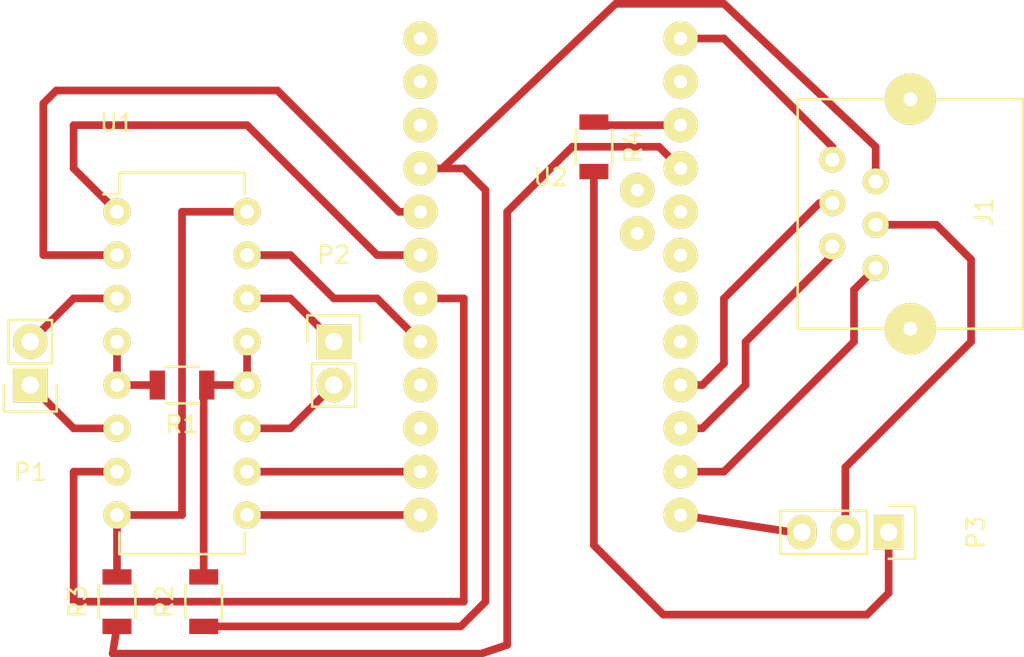
<source format=kicad_pcb>
(kicad_pcb (version 4) (host pcbnew 4.0.2+dfsg1-stable)

  (general
    (links 28)
    (no_connects 0)
    (area 132.644999 93.554999 193.061001 133.775002)
    (thickness 1.6)
    (drawings 0)
    (tracks 92)
    (zones 0)
    (modules 10)
    (nets 38)
  )

  (page A4)
  (layers
    (0 F.Cu signal)
    (31 B.Cu signal)
    (32 B.Adhes user)
    (33 F.Adhes user)
    (34 B.Paste user)
    (35 F.Paste user)
    (36 B.SilkS user)
    (37 F.SilkS user)
    (38 B.Mask user)
    (39 F.Mask user)
    (40 Dwgs.User user)
    (41 Cmts.User user)
    (42 Eco1.User user)
    (43 Eco2.User user)
    (44 Edge.Cuts user)
    (45 Margin user)
    (46 B.CrtYd user)
    (47 F.CrtYd user)
    (48 B.Fab user)
    (49 F.Fab user)
  )

  (setup
    (last_trace_width 0.45)
    (trace_clearance 0.2)
    (zone_clearance 0.508)
    (zone_45_only no)
    (trace_min 0.2)
    (segment_width 0.2)
    (edge_width 0.15)
    (via_size 0.6)
    (via_drill 0.4)
    (via_min_size 0.4)
    (via_min_drill 0.3)
    (uvia_size 0.3)
    (uvia_drill 0.1)
    (uvias_allowed no)
    (uvia_min_size 0.2)
    (uvia_min_drill 0.1)
    (pcb_text_width 0.3)
    (pcb_text_size 1.5 1.5)
    (mod_edge_width 0.15)
    (mod_text_size 1 1)
    (mod_text_width 0.15)
    (pad_size 1.524 1.524)
    (pad_drill 0.762)
    (pad_to_mask_clearance 0.2)
    (aux_axis_origin 0 0)
    (visible_elements FFFFFF7F)
    (pcbplotparams
      (layerselection 0x00000_00000001)
      (usegerberextensions false)
      (excludeedgelayer true)
      (linewidth 0.100000)
      (plotframeref false)
      (viasonmask false)
      (mode 1)
      (useauxorigin false)
      (hpglpennumber 1)
      (hpglpenspeed 20)
      (hpglpendiameter 15)
      (hpglpenoverlay 2)
      (psnegative false)
      (psa4output false)
      (plotreference true)
      (plotvalue true)
      (plotinvisibletext false)
      (padsonsilk false)
      (subtractmaskfromsilk false)
      (outputformat 1)
      (mirror false)
      (drillshape 0)
      (scaleselection 1)
      (outputdirectory ""))
  )

  (net 0 "")
  (net 1 "Net-(J1-Pad3)")
  (net 2 "Net-(J1-Pad5)")
  (net 3 "Net-(J1-Pad1)")
  (net 4 "Net-(J1-Pad6)")
  (net 5 "Net-(J1-Pad4)")
  (net 6 "Net-(J1-Pad2)")
  (net 7 "Net-(J1-Pad8)")
  (net 8 "Net-(J1-Pad7)")
  (net 9 "Net-(P1-Pad1)")
  (net 10 "Net-(P1-Pad2)")
  (net 11 "Net-(U1-Pad1)")
  (net 12 "Net-(U1-Pad2)")
  (net 13 "Net-(U1-Pad7)")
  (net 14 "Net-(U1-Pad9)")
  (net 15 "Net-(U1-Pad10)")
  (net 16 "Net-(U1-Pad15)")
  (net 17 "Net-(U2-Pad8)")
  (net 18 "Net-(U2-Pad11)")
  (net 19 "Net-(U2-Pad22)")
  (net 20 "Net-(U2-Pad23)")
  (net 21 "Net-(U2-Pad27)")
  (net 22 "Net-(U2-Pad33)")
  (net 23 "Net-(U2-Pad34)")
  (net 24 "Net-(U2-Pad35)")
  (net 25 "Net-(U2-Pad26)")
  (net 26 "Net-(U2-Pad12)")
  (net 27 "Net-(U2-Pad13)")
  (net 28 "Net-(U2-Pad14)")
  (net 29 "Net-(P2-Pad1)")
  (net 30 "Net-(P2-Pad2)")
  (net 31 "Net-(R1-Pad1)")
  (net 32 "Net-(R1-Pad2)")
  (net 33 "Net-(R3-Pad1)")
  (net 34 "Net-(R3-Pad2)")
  (net 35 "Net-(P3-Pad1)")
  (net 36 "Net-(P3-Pad3)")
  (net 37 "Net-(R4-Pad1)")

  (net_class Default "This is the default net class."
    (clearance 0.2)
    (trace_width 0.45)
    (via_dia 0.6)
    (via_drill 0.4)
    (uvia_dia 0.3)
    (uvia_drill 0.1)
    (add_net "Net-(J1-Pad1)")
    (add_net "Net-(J1-Pad2)")
    (add_net "Net-(J1-Pad3)")
    (add_net "Net-(J1-Pad4)")
    (add_net "Net-(J1-Pad5)")
    (add_net "Net-(J1-Pad6)")
    (add_net "Net-(J1-Pad7)")
    (add_net "Net-(J1-Pad8)")
    (add_net "Net-(P1-Pad1)")
    (add_net "Net-(P1-Pad2)")
    (add_net "Net-(P2-Pad1)")
    (add_net "Net-(P2-Pad2)")
    (add_net "Net-(P3-Pad1)")
    (add_net "Net-(P3-Pad3)")
    (add_net "Net-(R1-Pad1)")
    (add_net "Net-(R1-Pad2)")
    (add_net "Net-(R3-Pad1)")
    (add_net "Net-(R3-Pad2)")
    (add_net "Net-(R4-Pad1)")
    (add_net "Net-(U1-Pad1)")
    (add_net "Net-(U1-Pad10)")
    (add_net "Net-(U1-Pad15)")
    (add_net "Net-(U1-Pad2)")
    (add_net "Net-(U1-Pad7)")
    (add_net "Net-(U1-Pad9)")
    (add_net "Net-(U2-Pad11)")
    (add_net "Net-(U2-Pad12)")
    (add_net "Net-(U2-Pad13)")
    (add_net "Net-(U2-Pad14)")
    (add_net "Net-(U2-Pad22)")
    (add_net "Net-(U2-Pad23)")
    (add_net "Net-(U2-Pad26)")
    (add_net "Net-(U2-Pad27)")
    (add_net "Net-(U2-Pad33)")
    (add_net "Net-(U2-Pad34)")
    (add_net "Net-(U2-Pad35)")
    (add_net "Net-(U2-Pad8)")
  )

  (module bugs:RJ12_Client (layer F.Cu) (tedit 57502E4F) (tstamp 576C01B5)
    (at 190.5 106.68 90)
    (path /576BFFF2)
    (fp_text reference J1 (at 0 0 90) (layer F.SilkS)
      (effects (font (size 1 1) (thickness 0.15)))
    )
    (fp_text value RJ12 (at 0 -2.54 90) (layer F.Fab)
      (effects (font (size 1 1) (thickness 0.15)))
    )
    (fp_line (start -6.858 -10.922) (end -6.858 2.286) (layer F.SilkS) (width 0.15))
    (fp_line (start 6.604 -10.922) (end 6.604 2.286) (layer F.SilkS) (width 0.15))
    (fp_line (start -6.858 2.286) (end 6.604 2.286) (layer F.SilkS) (width 0.15))
    (fp_line (start 5.842 -10.922) (end 6.604 -10.922) (layer F.SilkS) (width 0.15))
    (fp_line (start -6.858 -10.922) (end 5.842 -10.922) (layer F.SilkS) (width 0.15))
    (pad 3 thru_hole circle (at 0.508 -8.89 90) (size 1.524 1.524) (drill 0.8128) (layers *.Cu *.Mask F.SilkS)
      (net 1 "Net-(J1-Pad3)"))
    (pad 5 thru_hole circle (at -2.032 -8.89 90) (size 1.524 1.524) (drill 0.8128) (layers *.Cu *.Mask F.SilkS)
      (net 2 "Net-(J1-Pad5)"))
    (pad 1 thru_hole circle (at 3.048 -8.89 90) (size 1.524 1.524) (drill 0.8128) (layers *.Cu *.Mask F.SilkS)
      (net 3 "Net-(J1-Pad1)"))
    (pad 6 thru_hole circle (at -3.302 -6.35 90) (size 1.524 1.524) (drill 0.8128) (layers *.Cu *.Mask F.SilkS)
      (net 4 "Net-(J1-Pad6)"))
    (pad 4 thru_hole circle (at -0.762 -6.35 90) (size 1.524 1.524) (drill 0.8128) (layers *.Cu *.Mask F.SilkS)
      (net 5 "Net-(J1-Pad4)"))
    (pad 2 thru_hole circle (at 1.778 -6.35 90) (size 1.524 1.524) (drill 0.8128) (layers *.Cu *.Mask F.SilkS)
      (net 6 "Net-(J1-Pad2)"))
    (pad 8 thru_hole circle (at 6.604 -4.318 90) (size 2.99974 2.99974) (drill 0.8128) (layers *.Cu *.Mask F.SilkS)
      (net 7 "Net-(J1-Pad8)"))
    (pad 7 thru_hole circle (at -6.858 -4.318 90) (size 2.99974 2.99974) (drill 0.8128) (layers *.Cu *.Mask F.SilkS)
      (net 8 "Net-(J1-Pad7)"))
  )

  (module Housings_DIP:DIP-16_W7.62mm (layer F.Cu) (tedit 54130A77) (tstamp 576C01D1)
    (at 139.7 106.68)
    (descr "16-lead dip package, row spacing 7.62 mm (300 mils)")
    (tags "dil dip 2.54 300")
    (path /576BFF8F)
    (fp_text reference U1 (at 0 -5.22) (layer F.SilkS)
      (effects (font (size 1 1) (thickness 0.15)))
    )
    (fp_text value L293D (at 0 -3.72) (layer F.Fab)
      (effects (font (size 1 1) (thickness 0.15)))
    )
    (fp_line (start -1.05 -2.45) (end -1.05 20.25) (layer F.CrtYd) (width 0.05))
    (fp_line (start 8.65 -2.45) (end 8.65 20.25) (layer F.CrtYd) (width 0.05))
    (fp_line (start -1.05 -2.45) (end 8.65 -2.45) (layer F.CrtYd) (width 0.05))
    (fp_line (start -1.05 20.25) (end 8.65 20.25) (layer F.CrtYd) (width 0.05))
    (fp_line (start 0.135 -2.295) (end 0.135 -1.025) (layer F.SilkS) (width 0.15))
    (fp_line (start 7.485 -2.295) (end 7.485 -1.025) (layer F.SilkS) (width 0.15))
    (fp_line (start 7.485 20.075) (end 7.485 18.805) (layer F.SilkS) (width 0.15))
    (fp_line (start 0.135 20.075) (end 0.135 18.805) (layer F.SilkS) (width 0.15))
    (fp_line (start 0.135 -2.295) (end 7.485 -2.295) (layer F.SilkS) (width 0.15))
    (fp_line (start 0.135 20.075) (end 7.485 20.075) (layer F.SilkS) (width 0.15))
    (fp_line (start 0.135 -1.025) (end -0.8 -1.025) (layer F.SilkS) (width 0.15))
    (pad 1 thru_hole oval (at 0 0) (size 1.6 1.6) (drill 0.8) (layers *.Cu *.Mask F.SilkS)
      (net 11 "Net-(U1-Pad1)"))
    (pad 2 thru_hole oval (at 0 2.54) (size 1.6 1.6) (drill 0.8) (layers *.Cu *.Mask F.SilkS)
      (net 12 "Net-(U1-Pad2)"))
    (pad 3 thru_hole oval (at 0 5.08) (size 1.6 1.6) (drill 0.8) (layers *.Cu *.Mask F.SilkS)
      (net 10 "Net-(P1-Pad2)"))
    (pad 4 thru_hole oval (at 0 7.62) (size 1.6 1.6) (drill 0.8) (layers *.Cu *.Mask F.SilkS)
      (net 32 "Net-(R1-Pad2)"))
    (pad 5 thru_hole oval (at 0 10.16) (size 1.6 1.6) (drill 0.8) (layers *.Cu *.Mask F.SilkS)
      (net 32 "Net-(R1-Pad2)"))
    (pad 6 thru_hole oval (at 0 12.7) (size 1.6 1.6) (drill 0.8) (layers *.Cu *.Mask F.SilkS)
      (net 9 "Net-(P1-Pad1)"))
    (pad 7 thru_hole oval (at 0 15.24) (size 1.6 1.6) (drill 0.8) (layers *.Cu *.Mask F.SilkS)
      (net 13 "Net-(U1-Pad7)"))
    (pad 8 thru_hole oval (at 0 17.78) (size 1.6 1.6) (drill 0.8) (layers *.Cu *.Mask F.SilkS)
      (net 34 "Net-(R3-Pad2)"))
    (pad 9 thru_hole oval (at 7.62 17.78) (size 1.6 1.6) (drill 0.8) (layers *.Cu *.Mask F.SilkS)
      (net 14 "Net-(U1-Pad9)"))
    (pad 10 thru_hole oval (at 7.62 15.24) (size 1.6 1.6) (drill 0.8) (layers *.Cu *.Mask F.SilkS)
      (net 15 "Net-(U1-Pad10)"))
    (pad 11 thru_hole oval (at 7.62 12.7) (size 1.6 1.6) (drill 0.8) (layers *.Cu *.Mask F.SilkS)
      (net 30 "Net-(P2-Pad2)"))
    (pad 12 thru_hole oval (at 7.62 10.16) (size 1.6 1.6) (drill 0.8) (layers *.Cu *.Mask F.SilkS)
      (net 31 "Net-(R1-Pad1)"))
    (pad 13 thru_hole oval (at 7.62 7.62) (size 1.6 1.6) (drill 0.8) (layers *.Cu *.Mask F.SilkS)
      (net 31 "Net-(R1-Pad1)"))
    (pad 14 thru_hole oval (at 7.62 5.08) (size 1.6 1.6) (drill 0.8) (layers *.Cu *.Mask F.SilkS)
      (net 29 "Net-(P2-Pad1)"))
    (pad 15 thru_hole oval (at 7.62 2.54) (size 1.6 1.6) (drill 0.8) (layers *.Cu *.Mask F.SilkS)
      (net 16 "Net-(U1-Pad15)"))
    (pad 16 thru_hole oval (at 7.62 0) (size 1.6 1.6) (drill 0.8) (layers *.Cu *.Mask F.SilkS)
      (net 34 "Net-(R3-Pad2)"))
    (model Housings_DIP.3dshapes/DIP-16_W7.62mm.wrl
      (at (xyz 0 0 0))
      (scale (xyz 1 1 1))
      (rotate (xyz 0 0 0))
    )
  )

  (module bugs:arduino_mini_pro (layer F.Cu) (tedit 57485302) (tstamp 576C01EF)
    (at 165.1 104.14)
    (path /576BFFB6)
    (fp_text reference U2 (at 0 0.5) (layer F.SilkS)
      (effects (font (size 1 1) (thickness 0.15)))
    )
    (fp_text value Arduino_Mini (at 0 -0.5) (layer F.Fab)
      (effects (font (size 1 1) (thickness 0.15)))
    )
    (pad 7 thru_hole circle (at 7.62 -7.62) (size 2 2) (drill 0.762) (layers *.Cu *.Mask F.SilkS)
      (net 3 "Net-(J1-Pad1)"))
    (pad 8 thru_hole circle (at 7.62 -5.08) (size 2 2) (drill 0.762) (layers *.Cu *.Mask F.SilkS)
      (net 17 "Net-(U2-Pad8)"))
    (pad 9 thru_hole circle (at 7.62 -2.54) (size 2 2) (drill 0.762) (layers *.Cu *.Mask F.SilkS)
      (net 37 "Net-(R4-Pad1)"))
    (pad 10 thru_hole circle (at 7.62 0) (size 2 2) (drill 0.762) (layers *.Cu *.Mask F.SilkS)
      (net 33 "Net-(R3-Pad1)"))
    (pad 11 thru_hole circle (at 7.62 2.54) (size 2 2) (drill 0.762) (layers *.Cu *.Mask F.SilkS)
      (net 18 "Net-(U2-Pad11)"))
    (pad 15 thru_hole circle (at 7.62 12.7) (size 2 2) (drill 0.762) (layers *.Cu *.Mask F.SilkS)
      (net 1 "Net-(J1-Pad3)"))
    (pad 16 thru_hole circle (at 7.62 15.24) (size 2 2) (drill 0.762) (layers *.Cu *.Mask F.SilkS)
      (net 2 "Net-(J1-Pad5)"))
    (pad 17 thru_hole circle (at 7.62 17.78) (size 2 2) (drill 0.762) (layers *.Cu *.Mask F.SilkS)
      (net 4 "Net-(J1-Pad6)"))
    (pad 18 thru_hole circle (at 7.62 20.32) (size 2 2) (drill 0.762) (layers *.Cu *.Mask F.SilkS)
      (net 36 "Net-(P3-Pad3)"))
    (pad 22 thru_hole circle (at 5.08 1.27) (size 2 2) (drill 0.762) (layers *.Cu *.Mask F.SilkS)
      (net 19 "Net-(U2-Pad22)"))
    (pad 23 thru_hole circle (at 5.08 3.81) (size 2 2) (drill 0.762) (layers *.Cu *.Mask F.SilkS)
      (net 20 "Net-(U2-Pad23)"))
    (pad 27 thru_hole circle (at -7.62 12.7) (size 2 2) (drill 0.762) (layers *.Cu *.Mask F.SilkS)
      (net 21 "Net-(U2-Pad27)"))
    (pad 28 thru_hole circle (at -7.62 10.16) (size 2 2) (drill 0.762) (layers *.Cu *.Mask F.SilkS)
      (net 16 "Net-(U1-Pad15)"))
    (pad 29 thru_hole circle (at -7.62 7.62) (size 2 2) (drill 0.762) (layers *.Cu *.Mask F.SilkS)
      (net 13 "Net-(U1-Pad7)"))
    (pad 30 thru_hole circle (at -7.62 5.08) (size 2 2) (drill 0.762) (layers *.Cu *.Mask F.SilkS)
      (net 11 "Net-(U1-Pad1)"))
    (pad 31 thru_hole circle (at -7.62 2.54) (size 2 2) (drill 0.762) (layers *.Cu *.Mask F.SilkS)
      (net 12 "Net-(U1-Pad2)"))
    (pad 32 thru_hole circle (at -7.62 0) (size 2 2) (drill 0.762) (layers *.Cu *.Mask F.SilkS)
      (net 6 "Net-(J1-Pad2)"))
    (pad 33 thru_hole circle (at -7.62 -2.54) (size 2 2) (drill 0.762) (layers *.Cu *.Mask F.SilkS)
      (net 22 "Net-(U2-Pad33)"))
    (pad 34 thru_hole circle (at -7.62 -5.08) (size 2 2) (drill 0.762) (layers *.Cu *.Mask F.SilkS)
      (net 23 "Net-(U2-Pad34)"))
    (pad 35 thru_hole circle (at -7.62 -7.62) (size 2 2) (drill 0.762) (layers *.Cu *.Mask F.SilkS)
      (net 24 "Net-(U2-Pad35)"))
    (pad 26 thru_hole circle (at -7.62 15.24) (size 2 2) (drill 0.762) (layers *.Cu *.Mask F.SilkS)
      (net 25 "Net-(U2-Pad26)"))
    (pad 25 thru_hole circle (at -7.62 17.78) (size 2 2) (drill 0.762) (layers *.Cu *.Mask F.SilkS)
      (net 15 "Net-(U1-Pad10)"))
    (pad 24 thru_hole circle (at -7.62 20.32) (size 2 2) (drill 0.762) (layers *.Cu *.Mask F.SilkS)
      (net 14 "Net-(U1-Pad9)"))
    (pad 12 thru_hole circle (at 7.62 5.08) (size 2 2) (drill 0.762) (layers *.Cu *.Mask F.SilkS)
      (net 26 "Net-(U2-Pad12)"))
    (pad 13 thru_hole circle (at 7.62 7.62) (size 2 2) (drill 0.762) (layers *.Cu *.Mask F.SilkS)
      (net 27 "Net-(U2-Pad13)"))
    (pad 14 thru_hole circle (at 7.62 10.16) (size 2 2) (drill 0.762) (layers *.Cu *.Mask F.SilkS)
      (net 28 "Net-(U2-Pad14)"))
  )

  (module Pin_Headers:Pin_Header_Straight_1x02 (layer F.Cu) (tedit 54EA090C) (tstamp 576C033B)
    (at 152.4 114.3)
    (descr "Through hole pin header")
    (tags "pin header")
    (path /576C07DB)
    (fp_text reference P2 (at 0 -5.1) (layer F.SilkS)
      (effects (font (size 1 1) (thickness 0.15)))
    )
    (fp_text value W1 (at 0 -3.1) (layer F.Fab)
      (effects (font (size 1 1) (thickness 0.15)))
    )
    (fp_line (start 1.27 1.27) (end 1.27 3.81) (layer F.SilkS) (width 0.15))
    (fp_line (start 1.55 -1.55) (end 1.55 0) (layer F.SilkS) (width 0.15))
    (fp_line (start -1.75 -1.75) (end -1.75 4.3) (layer F.CrtYd) (width 0.05))
    (fp_line (start 1.75 -1.75) (end 1.75 4.3) (layer F.CrtYd) (width 0.05))
    (fp_line (start -1.75 -1.75) (end 1.75 -1.75) (layer F.CrtYd) (width 0.05))
    (fp_line (start -1.75 4.3) (end 1.75 4.3) (layer F.CrtYd) (width 0.05))
    (fp_line (start 1.27 1.27) (end -1.27 1.27) (layer F.SilkS) (width 0.15))
    (fp_line (start -1.55 0) (end -1.55 -1.55) (layer F.SilkS) (width 0.15))
    (fp_line (start -1.55 -1.55) (end 1.55 -1.55) (layer F.SilkS) (width 0.15))
    (fp_line (start -1.27 1.27) (end -1.27 3.81) (layer F.SilkS) (width 0.15))
    (fp_line (start -1.27 3.81) (end 1.27 3.81) (layer F.SilkS) (width 0.15))
    (pad 1 thru_hole rect (at 0 0) (size 2.032 2.032) (drill 1.016) (layers *.Cu *.Mask F.SilkS)
      (net 29 "Net-(P2-Pad1)"))
    (pad 2 thru_hole oval (at 0 2.54) (size 2.032 2.032) (drill 1.016) (layers *.Cu *.Mask F.SilkS)
      (net 30 "Net-(P2-Pad2)"))
    (model Pin_Headers.3dshapes/Pin_Header_Straight_1x02.wrl
      (at (xyz 0 -0.05 0))
      (scale (xyz 1 1 1))
      (rotate (xyz 0 0 90))
    )
  )

  (module Pin_Headers:Pin_Header_Straight_1x02 (layer F.Cu) (tedit 54EA090C) (tstamp 576C034E)
    (at 134.62 116.84 180)
    (descr "Through hole pin header")
    (tags "pin header")
    (path /576C0774)
    (fp_text reference P1 (at 0 -5.1 180) (layer F.SilkS)
      (effects (font (size 1 1) (thickness 0.15)))
    )
    (fp_text value W2 (at 0 -3.1 180) (layer F.Fab)
      (effects (font (size 1 1) (thickness 0.15)))
    )
    (fp_line (start 1.27 1.27) (end 1.27 3.81) (layer F.SilkS) (width 0.15))
    (fp_line (start 1.55 -1.55) (end 1.55 0) (layer F.SilkS) (width 0.15))
    (fp_line (start -1.75 -1.75) (end -1.75 4.3) (layer F.CrtYd) (width 0.05))
    (fp_line (start 1.75 -1.75) (end 1.75 4.3) (layer F.CrtYd) (width 0.05))
    (fp_line (start -1.75 -1.75) (end 1.75 -1.75) (layer F.CrtYd) (width 0.05))
    (fp_line (start -1.75 4.3) (end 1.75 4.3) (layer F.CrtYd) (width 0.05))
    (fp_line (start 1.27 1.27) (end -1.27 1.27) (layer F.SilkS) (width 0.15))
    (fp_line (start -1.55 0) (end -1.55 -1.55) (layer F.SilkS) (width 0.15))
    (fp_line (start -1.55 -1.55) (end 1.55 -1.55) (layer F.SilkS) (width 0.15))
    (fp_line (start -1.27 1.27) (end -1.27 3.81) (layer F.SilkS) (width 0.15))
    (fp_line (start -1.27 3.81) (end 1.27 3.81) (layer F.SilkS) (width 0.15))
    (pad 1 thru_hole rect (at 0 0 180) (size 2.032 2.032) (drill 1.016) (layers *.Cu *.Mask F.SilkS)
      (net 9 "Net-(P1-Pad1)"))
    (pad 2 thru_hole oval (at 0 2.54 180) (size 2.032 2.032) (drill 1.016) (layers *.Cu *.Mask F.SilkS)
      (net 10 "Net-(P1-Pad2)"))
    (model Pin_Headers.3dshapes/Pin_Header_Straight_1x02.wrl
      (at (xyz 0 -0.05 0))
      (scale (xyz 1 1 1))
      (rotate (xyz 0 0 90))
    )
  )

  (module Resistors_SMD:R_1206 (layer F.Cu) (tedit 5415CFA7) (tstamp 576C04AA)
    (at 143.51 116.84 180)
    (descr "Resistor SMD 1206, reflow soldering, Vishay (see dcrcw.pdf)")
    (tags "resistor 1206")
    (path /576C0AF9)
    (attr smd)
    (fp_text reference R1 (at 0 -2.3 180) (layer F.SilkS)
      (effects (font (size 1 1) (thickness 0.15)))
    )
    (fp_text value R (at 0 2.3 180) (layer F.Fab)
      (effects (font (size 1 1) (thickness 0.15)))
    )
    (fp_line (start -2.2 -1.2) (end 2.2 -1.2) (layer F.CrtYd) (width 0.05))
    (fp_line (start -2.2 1.2) (end 2.2 1.2) (layer F.CrtYd) (width 0.05))
    (fp_line (start -2.2 -1.2) (end -2.2 1.2) (layer F.CrtYd) (width 0.05))
    (fp_line (start 2.2 -1.2) (end 2.2 1.2) (layer F.CrtYd) (width 0.05))
    (fp_line (start 1 1.075) (end -1 1.075) (layer F.SilkS) (width 0.15))
    (fp_line (start -1 -1.075) (end 1 -1.075) (layer F.SilkS) (width 0.15))
    (pad 1 smd rect (at -1.45 0 180) (size 0.9 1.7) (layers F.Cu F.Paste F.Mask)
      (net 31 "Net-(R1-Pad1)"))
    (pad 2 smd rect (at 1.45 0 180) (size 0.9 1.7) (layers F.Cu F.Paste F.Mask)
      (net 32 "Net-(R1-Pad2)"))
    (model Resistors_SMD.3dshapes/R_1206.wrl
      (at (xyz 0 0 0))
      (scale (xyz 1 1 1))
      (rotate (xyz 0 0 0))
    )
  )

  (module Resistors_SMD:R_1206 (layer F.Cu) (tedit 5415CFA7) (tstamp 576C04B0)
    (at 144.78 129.54 90)
    (descr "Resistor SMD 1206, reflow soldering, Vishay (see dcrcw.pdf)")
    (tags "resistor 1206")
    (path /576C0D25)
    (attr smd)
    (fp_text reference R2 (at 0 -2.3 90) (layer F.SilkS)
      (effects (font (size 1 1) (thickness 0.15)))
    )
    (fp_text value R (at 0 2.3 90) (layer F.Fab)
      (effects (font (size 1 1) (thickness 0.15)))
    )
    (fp_line (start -2.2 -1.2) (end 2.2 -1.2) (layer F.CrtYd) (width 0.05))
    (fp_line (start -2.2 1.2) (end 2.2 1.2) (layer F.CrtYd) (width 0.05))
    (fp_line (start -2.2 -1.2) (end -2.2 1.2) (layer F.CrtYd) (width 0.05))
    (fp_line (start 2.2 -1.2) (end 2.2 1.2) (layer F.CrtYd) (width 0.05))
    (fp_line (start 1 1.075) (end -1 1.075) (layer F.SilkS) (width 0.15))
    (fp_line (start -1 -1.075) (end 1 -1.075) (layer F.SilkS) (width 0.15))
    (pad 1 smd rect (at -1.45 0 90) (size 0.9 1.7) (layers F.Cu F.Paste F.Mask)
      (net 6 "Net-(J1-Pad2)"))
    (pad 2 smd rect (at 1.45 0 90) (size 0.9 1.7) (layers F.Cu F.Paste F.Mask)
      (net 31 "Net-(R1-Pad1)"))
    (model Resistors_SMD.3dshapes/R_1206.wrl
      (at (xyz 0 0 0))
      (scale (xyz 1 1 1))
      (rotate (xyz 0 0 0))
    )
  )

  (module Resistors_SMD:R_1206 (layer F.Cu) (tedit 5415CFA7) (tstamp 576C04B6)
    (at 139.7 129.54 90)
    (descr "Resistor SMD 1206, reflow soldering, Vishay (see dcrcw.pdf)")
    (tags "resistor 1206")
    (path /576C0F11)
    (attr smd)
    (fp_text reference R3 (at 0 -2.3 90) (layer F.SilkS)
      (effects (font (size 1 1) (thickness 0.15)))
    )
    (fp_text value R (at 0 2.3 90) (layer F.Fab)
      (effects (font (size 1 1) (thickness 0.15)))
    )
    (fp_line (start -2.2 -1.2) (end 2.2 -1.2) (layer F.CrtYd) (width 0.05))
    (fp_line (start -2.2 1.2) (end 2.2 1.2) (layer F.CrtYd) (width 0.05))
    (fp_line (start -2.2 -1.2) (end -2.2 1.2) (layer F.CrtYd) (width 0.05))
    (fp_line (start 2.2 -1.2) (end 2.2 1.2) (layer F.CrtYd) (width 0.05))
    (fp_line (start 1 1.075) (end -1 1.075) (layer F.SilkS) (width 0.15))
    (fp_line (start -1 -1.075) (end 1 -1.075) (layer F.SilkS) (width 0.15))
    (pad 1 smd rect (at -1.45 0 90) (size 0.9 1.7) (layers F.Cu F.Paste F.Mask)
      (net 33 "Net-(R3-Pad1)"))
    (pad 2 smd rect (at 1.45 0 90) (size 0.9 1.7) (layers F.Cu F.Paste F.Mask)
      (net 34 "Net-(R3-Pad2)"))
    (model Resistors_SMD.3dshapes/R_1206.wrl
      (at (xyz 0 0 0))
      (scale (xyz 1 1 1))
      (rotate (xyz 0 0 0))
    )
  )

  (module Pin_Headers:Pin_Header_Straight_1x03 (layer F.Cu) (tedit 0) (tstamp 5788E662)
    (at 184.912 125.476 270)
    (descr "Through hole pin header")
    (tags "pin header")
    (path /5788E7BD)
    (fp_text reference P3 (at 0 -5.1 270) (layer F.SilkS)
      (effects (font (size 1 1) (thickness 0.15)))
    )
    (fp_text value CONN_01X03 (at 0 -3.1 270) (layer F.Fab)
      (effects (font (size 1 1) (thickness 0.15)))
    )
    (fp_line (start -1.75 -1.75) (end -1.75 6.85) (layer F.CrtYd) (width 0.05))
    (fp_line (start 1.75 -1.75) (end 1.75 6.85) (layer F.CrtYd) (width 0.05))
    (fp_line (start -1.75 -1.75) (end 1.75 -1.75) (layer F.CrtYd) (width 0.05))
    (fp_line (start -1.75 6.85) (end 1.75 6.85) (layer F.CrtYd) (width 0.05))
    (fp_line (start -1.27 1.27) (end -1.27 6.35) (layer F.SilkS) (width 0.15))
    (fp_line (start -1.27 6.35) (end 1.27 6.35) (layer F.SilkS) (width 0.15))
    (fp_line (start 1.27 6.35) (end 1.27 1.27) (layer F.SilkS) (width 0.15))
    (fp_line (start 1.55 -1.55) (end 1.55 0) (layer F.SilkS) (width 0.15))
    (fp_line (start 1.27 1.27) (end -1.27 1.27) (layer F.SilkS) (width 0.15))
    (fp_line (start -1.55 0) (end -1.55 -1.55) (layer F.SilkS) (width 0.15))
    (fp_line (start -1.55 -1.55) (end 1.55 -1.55) (layer F.SilkS) (width 0.15))
    (pad 1 thru_hole rect (at 0 0 270) (size 2.032 1.7272) (drill 1.016) (layers *.Cu *.Mask F.SilkS)
      (net 35 "Net-(P3-Pad1)"))
    (pad 2 thru_hole oval (at 0 2.54 270) (size 2.032 1.7272) (drill 1.016) (layers *.Cu *.Mask F.SilkS)
      (net 5 "Net-(J1-Pad4)"))
    (pad 3 thru_hole oval (at 0 5.08 270) (size 2.032 1.7272) (drill 1.016) (layers *.Cu *.Mask F.SilkS)
      (net 36 "Net-(P3-Pad3)"))
    (model Pin_Headers.3dshapes/Pin_Header_Straight_1x03.wrl
      (at (xyz 0 -0.1 0))
      (scale (xyz 1 1 1))
      (rotate (xyz 0 0 90))
    )
  )

  (module Resistors_SMD:R_1206 (layer F.Cu) (tedit 5415CFA7) (tstamp 5788E6E2)
    (at 167.64 102.87 270)
    (descr "Resistor SMD 1206, reflow soldering, Vishay (see dcrcw.pdf)")
    (tags "resistor 1206")
    (path /5788EB3C)
    (attr smd)
    (fp_text reference R4 (at 0 -2.3 270) (layer F.SilkS)
      (effects (font (size 1 1) (thickness 0.15)))
    )
    (fp_text value R (at 0 2.3 270) (layer F.Fab)
      (effects (font (size 1 1) (thickness 0.15)))
    )
    (fp_line (start -2.2 -1.2) (end 2.2 -1.2) (layer F.CrtYd) (width 0.05))
    (fp_line (start -2.2 1.2) (end 2.2 1.2) (layer F.CrtYd) (width 0.05))
    (fp_line (start -2.2 -1.2) (end -2.2 1.2) (layer F.CrtYd) (width 0.05))
    (fp_line (start 2.2 -1.2) (end 2.2 1.2) (layer F.CrtYd) (width 0.05))
    (fp_line (start 1 1.075) (end -1 1.075) (layer F.SilkS) (width 0.15))
    (fp_line (start -1 -1.075) (end 1 -1.075) (layer F.SilkS) (width 0.15))
    (pad 1 smd rect (at -1.45 0 270) (size 0.9 1.7) (layers F.Cu F.Paste F.Mask)
      (net 37 "Net-(R4-Pad1)"))
    (pad 2 smd rect (at 1.45 0 270) (size 0.9 1.7) (layers F.Cu F.Paste F.Mask)
      (net 35 "Net-(P3-Pad1)"))
    (model Resistors_SMD.3dshapes/R_1206.wrl
      (at (xyz 0 0 0))
      (scale (xyz 1 1 1))
      (rotate (xyz 0 0 0))
    )
  )

  (segment (start 181.61 106.172) (end 180.848 106.172) (width 0.45) (layer F.Cu) (net 1))
  (segment (start 180.848 106.172) (end 175.26 111.76) (width 0.45) (layer F.Cu) (net 1) (tstamp 576C0513))
  (segment (start 175.26 111.76) (end 175.26 115.57) (width 0.45) (layer F.Cu) (net 1) (tstamp 576C0514))
  (segment (start 175.26 115.57) (end 173.99 116.84) (width 0.45) (layer F.Cu) (net 1) (tstamp 576C0516))
  (segment (start 173.99 116.84) (end 172.72 116.84) (width 0.45) (layer F.Cu) (net 1) (tstamp 576C0517))
  (segment (start 181.61 108.712) (end 181.61 109.22) (width 0.45) (layer F.Cu) (net 2))
  (segment (start 181.61 109.22) (end 176.53 114.3) (width 0.45) (layer F.Cu) (net 2) (tstamp 576C051B))
  (segment (start 176.53 114.3) (end 176.53 116.84) (width 0.45) (layer F.Cu) (net 2) (tstamp 576C051C))
  (segment (start 176.53 116.84) (end 173.99 119.38) (width 0.45) (layer F.Cu) (net 2) (tstamp 576C051E))
  (segment (start 173.99 119.38) (end 172.72 119.38) (width 0.45) (layer F.Cu) (net 2) (tstamp 576C0520))
  (segment (start 181.61 103.632) (end 181.61 102.87) (width 0.45) (layer F.Cu) (net 3))
  (segment (start 181.61 102.87) (end 175.26 96.52) (width 0.45) (layer F.Cu) (net 3) (tstamp 576C0504))
  (segment (start 175.26 96.52) (end 172.72 96.52) (width 0.45) (layer F.Cu) (net 3) (tstamp 576C0505))
  (segment (start 172.72 121.92) (end 175.26 121.92) (width 0.45) (layer F.Cu) (net 4))
  (segment (start 182.88 111.252) (end 184.15 109.982) (width 0.45) (layer F.Cu) (net 4) (tstamp 576C0527))
  (segment (start 182.88 114.3) (end 182.88 111.252) (width 0.45) (layer F.Cu) (net 4) (tstamp 576C0525))
  (segment (start 175.26 121.92) (end 182.88 114.3) (width 0.45) (layer F.Cu) (net 4) (tstamp 576C0523))
  (segment (start 184.15 107.442) (end 187.706 107.442) (width 0.45) (layer F.Cu) (net 5) (status 400000))
  (segment (start 182.372 121.666) (end 182.372 125.476) (width 0.45) (layer F.Cu) (net 5) (tstamp 5788E787) (status 800000))
  (segment (start 189.738 114.3) (end 182.372 121.666) (width 0.45) (layer F.Cu) (net 5) (tstamp 5788E785))
  (segment (start 189.738 109.474) (end 189.738 114.3) (width 0.45) (layer F.Cu) (net 5) (tstamp 5788E783))
  (segment (start 187.706 107.442) (end 189.738 109.474) (width 0.45) (layer F.Cu) (net 5) (tstamp 5788E782))
  (segment (start 184.15 107.442) (end 184.912 107.442) (width 0.45) (layer F.Cu) (net 5))
  (segment (start 184.15 104.902) (end 184.15 102.87) (width 0.45) (layer F.Cu) (net 6))
  (segment (start 168.91 94.488) (end 158.75 104.14) (width 0.45) (layer F.Cu) (net 6) (tstamp 576C050D))
  (segment (start 175.26 94.488) (end 168.91 94.488) (width 0.45) (layer F.Cu) (net 6) (tstamp 576C050B))
  (segment (start 184.15 102.87) (end 175.26 94.488) (width 0.45) (layer F.Cu) (net 6) (tstamp 576C0509))
  (segment (start 144.78 130.99) (end 159.84 130.99) (width 0.45) (layer F.Cu) (net 6))
  (segment (start 160.02 104.14) (end 158.75 104.14) (width 0.45) (layer F.Cu) (net 6) (tstamp 576C04E7))
  (segment (start 158.75 104.14) (end 157.48 104.14) (width 0.45) (layer F.Cu) (net 6) (tstamp 576C0511))
  (segment (start 161.29 105.41) (end 160.02 104.14) (width 0.45) (layer F.Cu) (net 6) (tstamp 576C04E6))
  (segment (start 161.29 129.54) (end 161.29 105.41) (width 0.45) (layer F.Cu) (net 6) (tstamp 576C04E5))
  (segment (start 159.84 130.99) (end 161.29 129.54) (width 0.45) (layer F.Cu) (net 6) (tstamp 576C04E2))
  (segment (start 134.62 116.84) (end 137.16 119.38) (width 0.45) (layer F.Cu) (net 9))
  (segment (start 137.16 119.38) (end 139.7 119.38) (width 0.45) (layer F.Cu) (net 9) (tstamp 576C03C1))
  (segment (start 139.7 111.76) (end 137.16 111.76) (width 0.45) (layer F.Cu) (net 10))
  (segment (start 137.16 111.76) (end 134.62 114.3) (width 0.45) (layer F.Cu) (net 10) (tstamp 576C03BD))
  (segment (start 139.7 106.68) (end 137.16 104.14) (width 0.45) (layer F.Cu) (net 11))
  (segment (start 154.94 109.22) (end 157.48 109.22) (width 0.45) (layer F.Cu) (net 11) (tstamp 576C03C9))
  (segment (start 147.32 101.6) (end 154.94 109.22) (width 0.45) (layer F.Cu) (net 11) (tstamp 576C03C8))
  (segment (start 137.16 101.6) (end 147.32 101.6) (width 0.45) (layer F.Cu) (net 11) (tstamp 576C03C7))
  (segment (start 137.16 104.14) (end 137.16 101.6) (width 0.45) (layer F.Cu) (net 11) (tstamp 576C03C6))
  (segment (start 136.398 109.22) (end 139.7 109.22) (width 0.45) (layer F.Cu) (net 12) (tstamp 5788E726))
  (segment (start 135.382 109.22) (end 136.398 109.22) (width 0.45) (layer F.Cu) (net 12) (tstamp 5788E725))
  (segment (start 157.48 106.68) (end 156.21 106.68) (width 0.45) (layer F.Cu) (net 12))
  (segment (start 135.382 105.918) (end 135.382 109.22) (width 0.45) (layer F.Cu) (net 12) (tstamp 5788E724))
  (segment (start 135.382 100.33) (end 135.382 105.918) (width 0.45) (layer F.Cu) (net 12) (tstamp 5788E723))
  (segment (start 136.144 99.568) (end 135.382 100.33) (width 0.45) (layer F.Cu) (net 12) (tstamp 5788E722))
  (segment (start 149.098 99.568) (end 136.144 99.568) (width 0.45) (layer F.Cu) (net 12) (tstamp 5788E721))
  (segment (start 156.21 106.68) (end 149.098 99.568) (width 0.45) (layer F.Cu) (net 12) (tstamp 5788E720))
  (segment (start 137.16 127) (end 137.16 129.54) (width 0.45) (layer F.Cu) (net 13))
  (segment (start 137.16 121.92) (end 137.16 127) (width 0.45) (layer F.Cu) (net 13) (tstamp 576C03F6))
  (segment (start 139.7 121.92) (end 137.16 121.92) (width 0.45) (layer F.Cu) (net 13))
  (segment (start 160.02 111.76) (end 157.48 111.76) (width 0.45) (layer F.Cu) (net 13) (tstamp 576C03FB))
  (segment (start 160.02 129.54) (end 160.02 111.76) (width 0.45) (layer F.Cu) (net 13) (tstamp 576C03FA))
  (segment (start 137.16 129.54) (end 160.02 129.54) (width 0.45) (layer F.Cu) (net 13) (tstamp 576C03F9))
  (segment (start 147.32 124.46) (end 157.48 124.46) (width 0.45) (layer F.Cu) (net 14))
  (segment (start 157.48 121.92) (end 147.32 121.92) (width 0.45) (layer F.Cu) (net 15))
  (segment (start 147.32 109.22) (end 149.86 109.22) (width 0.45) (layer F.Cu) (net 16))
  (segment (start 154.94 111.76) (end 157.48 114.3) (width 0.45) (layer F.Cu) (net 16) (tstamp 576C03DC))
  (segment (start 152.4 111.76) (end 154.94 111.76) (width 0.45) (layer F.Cu) (net 16) (tstamp 576C03DA))
  (segment (start 149.86 109.22) (end 152.4 111.76) (width 0.45) (layer F.Cu) (net 16) (tstamp 576C03D8))
  (segment (start 147.32 111.76) (end 149.86 111.76) (width 0.45) (layer F.Cu) (net 29))
  (segment (start 149.86 111.76) (end 152.4 114.3) (width 0.45) (layer F.Cu) (net 29) (tstamp 576C03B9))
  (segment (start 152.4 116.84) (end 149.86 119.38) (width 0.45) (layer F.Cu) (net 30))
  (segment (start 149.86 119.38) (end 147.32 119.38) (width 0.45) (layer F.Cu) (net 30) (tstamp 576C03B6))
  (segment (start 147.32 116.84) (end 144.96 116.84) (width 0.45) (layer F.Cu) (net 31))
  (segment (start 147.32 116.84) (end 147.32 114.3) (width 0.45) (layer F.Cu) (net 31))
  (segment (start 144.78 128.09) (end 144.78 117.02) (width 0.45) (layer F.Cu) (net 31))
  (segment (start 144.78 117.02) (end 144.96 116.84) (width 0.45) (layer F.Cu) (net 31) (tstamp 576C04F7))
  (segment (start 139.7 116.84) (end 139.7 114.3) (width 0.45) (layer F.Cu) (net 32))
  (segment (start 142.06 116.84) (end 139.7 116.84) (width 0.45) (layer F.Cu) (net 32))
  (segment (start 139.7 130.99) (end 139.446 132.588) (width 0.45) (layer F.Cu) (net 33))
  (segment (start 171.45 102.87) (end 172.72 104.14) (width 0.45) (layer F.Cu) (net 33) (tstamp 576C04F2))
  (segment (start 166.37 102.87) (end 171.45 102.87) (width 0.45) (layer F.Cu) (net 33) (tstamp 576C04F0))
  (segment (start 162.56 106.68) (end 166.37 102.87) (width 0.45) (layer F.Cu) (net 33) (tstamp 576C04EE))
  (segment (start 162.56 132.08) (end 162.56 106.68) (width 0.45) (layer F.Cu) (net 33) (tstamp 576C04ED))
  (segment (start 161.036 132.588) (end 162.56 132.08) (width 0.45) (layer F.Cu) (net 33) (tstamp 576C04EB))
  (segment (start 139.446 132.588) (end 161.036 132.588) (width 0.45) (layer F.Cu) (net 33) (tstamp 576C04EA))
  (segment (start 139.7 128.09) (end 139.7 124.46) (width 0.45) (layer F.Cu) (net 34))
  (segment (start 147.32 106.68) (end 143.51 106.68) (width 0.45) (layer F.Cu) (net 34))
  (segment (start 143.51 124.46) (end 139.7 124.46) (width 0.45) (layer F.Cu) (net 34) (tstamp 576C03E1))
  (segment (start 143.51 106.68) (end 143.51 124.46) (width 0.45) (layer F.Cu) (net 34) (tstamp 576C03E0))
  (segment (start 184.912 125.476) (end 184.912 129.032) (width 0.45) (layer F.Cu) (net 35) (status 400000))
  (segment (start 167.64 126.238) (end 167.64 104.32) (width 0.45) (layer F.Cu) (net 35) (tstamp 5788E78F) (status 800000))
  (segment (start 171.704 130.302) (end 167.64 126.238) (width 0.45) (layer F.Cu) (net 35) (tstamp 5788E78D))
  (segment (start 183.642 130.302) (end 171.704 130.302) (width 0.45) (layer F.Cu) (net 35) (tstamp 5788E78C))
  (segment (start 184.912 129.032) (end 183.642 130.302) (width 0.45) (layer F.Cu) (net 35) (tstamp 5788E78B))
  (segment (start 179.832 125.476) (end 179.324 125.476) (width 0.45) (layer F.Cu) (net 36) (status 30))
  (segment (start 179.324 125.476) (end 172.72 124.46) (width 0.45) (layer F.Cu) (net 36) (tstamp 5788E69A) (status 10))
  (segment (start 172.72 101.6) (end 167.82 101.6) (width 0.45) (layer F.Cu) (net 37))
  (segment (start 167.82 101.6) (end 167.64 101.42) (width 0.45) (layer F.Cu) (net 37) (tstamp 5788E6EF))

)

</source>
